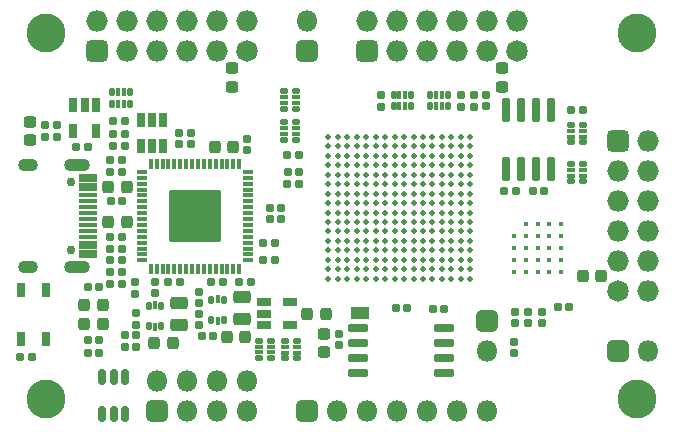
<source format=gts>
G04 #@! TF.GenerationSoftware,KiCad,Pcbnew,(5.99.0-7519-ga8269b6380)*
G04 #@! TF.CreationDate,2020-12-12T14:20:42-08:00*
G04 #@! TF.ProjectId,icebreaker++,69636562-7265-4616-9b65-722b2b2e6b69,V0.1*
G04 #@! TF.SameCoordinates,PX1c9c380PY3ef1480*
G04 #@! TF.FileFunction,Soldermask,Top*
G04 #@! TF.FilePolarity,Negative*
%FSLAX46Y46*%
G04 Gerber Fmt 4.6, Leading zero omitted, Abs format (unit mm)*
G04 Created by KiCad (PCBNEW (5.99.0-7519-ga8269b6380)) date 2020-12-12 14:20:42*
%MOMM*%
%LPD*%
G01*
G04 APERTURE LIST*
G04 Aperture macros list*
%AMRoundRect*
0 Rectangle with rounded corners*
0 $1 Rounding radius*
0 $2 $3 $4 $5 $6 $7 $8 $9 X,Y pos of 4 corners*
0 Add a 4 corners polygon primitive as box body*
4,1,4,$2,$3,$4,$5,$6,$7,$8,$9,$2,$3,0*
0 Add four circle primitives for the rounded corners*
1,1,$1+$1,$2,$3,0*
1,1,$1+$1,$4,$5,0*
1,1,$1+$1,$6,$7,0*
1,1,$1+$1,$8,$9,0*
0 Add four rect primitives between the rounded corners*
20,1,$1+$1,$2,$3,$4,$5,0*
20,1,$1+$1,$4,$5,$6,$7,0*
20,1,$1+$1,$6,$7,$8,$9,0*
20,1,$1+$1,$8,$9,$2,$3,0*%
G04 Aperture macros list end*
%ADD10RoundRect,0.365440X0.548160X-0.548160X0.548160X0.548160X-0.548160X0.548160X-0.548160X-0.548160X0*%
%ADD11O,1.827200X1.827200*%
%ADD12C,1.827200*%
%ADD13RoundRect,0.365440X0.548160X0.548160X-0.548160X0.548160X-0.548160X-0.548160X0.548160X-0.548160X0*%
%ADD14C,3.300000*%
%ADD15RoundRect,0.172500X0.172500X0.197500X-0.172500X0.197500X-0.172500X-0.197500X0.172500X-0.197500X0*%
%ADD16RoundRect,0.360000X0.540000X-0.540000X0.540000X0.540000X-0.540000X0.540000X-0.540000X-0.540000X0*%
%ADD17O,1.800000X1.800000*%
%ADD18RoundRect,0.360000X-0.540000X-0.540000X0.540000X-0.540000X0.540000X0.540000X-0.540000X0.540000X0*%
%ADD19RoundRect,0.172500X0.197500X-0.172500X0.197500X0.172500X-0.197500X0.172500X-0.197500X-0.172500X0*%
%ADD20RoundRect,0.172500X-0.172500X-0.197500X0.172500X-0.197500X0.172500X0.197500X-0.172500X0.197500X0*%
%ADD21RoundRect,0.050000X0.325000X-0.530000X0.325000X0.530000X-0.325000X0.530000X-0.325000X-0.530000X0*%
%ADD22RoundRect,0.087500X-0.362500X-0.087500X0.362500X-0.087500X0.362500X0.087500X-0.362500X0.087500X0*%
%ADD23RoundRect,0.087500X-0.087500X-0.362500X0.087500X-0.362500X0.087500X0.362500X-0.087500X0.362500X0*%
%ADD24RoundRect,0.253650X-1.971349X-1.971349X1.971349X-1.971349X1.971349X1.971349X-1.971349X1.971349X0*%
%ADD25RoundRect,0.243750X-0.281250X0.243750X-0.281250X-0.243750X0.281250X-0.243750X0.281250X0.243750X0*%
%ADD26RoundRect,0.243750X0.243750X0.281250X-0.243750X0.281250X-0.243750X-0.281250X0.243750X-0.281250X0*%
%ADD27RoundRect,0.172500X-0.197500X0.172500X-0.197500X-0.172500X0.197500X-0.172500X0.197500X0.172500X0*%
%ADD28RoundRect,0.050000X0.200000X-0.250000X0.200000X0.250000X-0.200000X0.250000X-0.200000X-0.250000X0*%
%ADD29RoundRect,0.050000X0.150000X-0.250000X0.150000X0.250000X-0.150000X0.250000X-0.150000X-0.250000X0*%
%ADD30RoundRect,0.360000X-0.540000X0.540000X-0.540000X-0.540000X0.540000X-0.540000X0.540000X0.540000X0*%
%ADD31RoundRect,0.050000X-0.250000X-0.200000X0.250000X-0.200000X0.250000X0.200000X-0.250000X0.200000X0*%
%ADD32RoundRect,0.050000X-0.250000X-0.150000X0.250000X-0.150000X0.250000X0.150000X-0.250000X0.150000X0*%
%ADD33RoundRect,0.243750X0.281250X-0.243750X0.281250X0.243750X-0.281250X0.243750X-0.281250X-0.243750X0*%
%ADD34RoundRect,0.243750X-0.243750X-0.281250X0.243750X-0.281250X0.243750X0.281250X-0.243750X0.281250X0*%
%ADD35RoundRect,0.050000X-0.325000X0.525000X-0.325000X-0.525000X0.325000X-0.525000X0.325000X0.525000X0*%
%ADD36RoundRect,0.275000X-0.525000X-0.275000X0.525000X-0.275000X0.525000X0.275000X-0.525000X0.275000X0*%
%ADD37RoundRect,0.175000X0.175000X-0.475000X0.175000X0.475000X-0.175000X0.475000X-0.175000X-0.475000X0*%
%ADD38RoundRect,0.050000X-0.325000X0.530000X-0.325000X-0.530000X0.325000X-0.530000X0.325000X0.530000X0*%
%ADD39RoundRect,0.050000X-0.530000X-0.325000X0.530000X-0.325000X0.530000X0.325000X-0.530000X0.325000X0*%
%ADD40RoundRect,0.175000X0.175000X-0.850000X0.175000X0.850000X-0.175000X0.850000X-0.175000X-0.850000X0*%
%ADD41C,0.750000*%
%ADD42RoundRect,0.050000X-0.725000X0.300000X-0.725000X-0.300000X0.725000X-0.300000X0.725000X0.300000X0*%
%ADD43RoundRect,0.050000X-0.725000X0.150000X-0.725000X-0.150000X0.725000X-0.150000X0.725000X0.150000X0*%
%ADD44O,1.700000X1.100000*%
%ADD45O,2.200000X1.100000*%
%ADD46C,0.450000*%
%ADD47RoundRect,0.268750X-0.481250X0.268750X-0.481250X-0.268750X0.481250X-0.268750X0.481250X0.268750X0*%
%ADD48RoundRect,0.050000X0.187500X-0.250000X0.187500X0.250000X-0.187500X0.250000X-0.187500X-0.250000X0*%
%ADD49RoundRect,0.050000X0.150000X-0.325000X0.150000X0.325000X-0.150000X0.325000X-0.150000X-0.325000X0*%
%ADD50C,0.470000*%
%ADD51RoundRect,0.175000X-0.675000X-0.175000X0.675000X-0.175000X0.675000X0.175000X-0.675000X0.175000X0*%
G04 APERTURE END LIST*
D10*
X51420000Y24850000D03*
D11*
X51420000Y22310000D03*
X51420000Y19770000D03*
X51420000Y17230000D03*
X51420000Y14690000D03*
D12*
X51420000Y12150000D03*
D11*
X53960000Y24850000D03*
X53960000Y22310000D03*
X53960000Y19770000D03*
X53960000Y17230000D03*
X53960000Y14690000D03*
X53960000Y12150000D03*
D13*
X30180000Y32470000D03*
D11*
X32720000Y32470000D03*
X35260000Y32470000D03*
X37800000Y32470000D03*
X40340000Y32470000D03*
D12*
X42880000Y32470000D03*
D11*
X30180000Y35010000D03*
X32720000Y35010000D03*
X35260000Y35010000D03*
X37800000Y35010000D03*
X40340000Y35010000D03*
X42880000Y35010000D03*
D14*
X53000000Y34000000D03*
X3000000Y3000000D03*
X53000000Y3000000D03*
D15*
X9410000Y16750000D03*
X8440000Y16750000D03*
D16*
X12400000Y1990000D03*
D17*
X12400000Y4530000D03*
X14940000Y1990000D03*
X14940000Y4530000D03*
X17480000Y1990000D03*
X17480000Y4530000D03*
X20020000Y1990000D03*
X20020000Y4530000D03*
D14*
X3000000Y34000000D03*
D18*
X51420000Y7070000D03*
D17*
X53960000Y7070000D03*
D19*
X9650000Y24465000D03*
X9650000Y25435000D03*
X15260000Y24605000D03*
X15260000Y25575000D03*
D15*
X17955000Y12940000D03*
X16985000Y12940000D03*
D20*
X5535000Y24390000D03*
X6505000Y24390000D03*
D19*
X20020000Y24085000D03*
X20020000Y25055000D03*
D20*
X13355000Y12920000D03*
X14325000Y12920000D03*
X6515000Y12500000D03*
X7485000Y12500000D03*
D15*
X1785000Y6600000D03*
X815000Y6600000D03*
X9455000Y19740000D03*
X8485000Y19740000D03*
X9410000Y14750000D03*
X8440000Y14750000D03*
D20*
X8440000Y15750000D03*
X9410000Y15750000D03*
X8425000Y23230000D03*
X9395000Y23230000D03*
D15*
X9410000Y22250000D03*
X8440000Y22250000D03*
D21*
X10990000Y24460000D03*
X11940000Y24460000D03*
X12890000Y24460000D03*
X12890000Y26660000D03*
X11940000Y26660000D03*
X10990000Y26660000D03*
D22*
X11150000Y22250000D03*
X11150000Y21750000D03*
X11150000Y21250000D03*
X11150000Y20750000D03*
X11150000Y20250000D03*
X11150000Y19750000D03*
X11150000Y19250000D03*
X11150000Y18750000D03*
X11150000Y18250000D03*
X11150000Y17750000D03*
X11150000Y17250000D03*
X11150000Y16750000D03*
X11150000Y16250000D03*
X11150000Y15750000D03*
X11150000Y15250000D03*
X11150000Y14750000D03*
D23*
X11850000Y14050000D03*
X12350000Y14050000D03*
X12850000Y14050000D03*
X13350000Y14050000D03*
X13850000Y14050000D03*
X14350000Y14050000D03*
X14850000Y14050000D03*
X15350000Y14050000D03*
X15850000Y14050000D03*
X16350000Y14050000D03*
X16850000Y14050000D03*
X17350000Y14050000D03*
X17850000Y14050000D03*
X18350000Y14050000D03*
X18850000Y14050000D03*
X19350000Y14050000D03*
D22*
X20050000Y14750000D03*
X20050000Y15250000D03*
X20050000Y15750000D03*
X20050000Y16250000D03*
X20050000Y16750000D03*
X20050000Y17250000D03*
X20050000Y17750000D03*
X20050000Y18250000D03*
X20050000Y18750000D03*
X20050000Y19250000D03*
X20050000Y19750000D03*
X20050000Y20250000D03*
X20050000Y20750000D03*
X20050000Y21250000D03*
X20050000Y21750000D03*
X20050000Y22250000D03*
D23*
X19350000Y22950000D03*
X18850000Y22950000D03*
X18350000Y22950000D03*
X17850000Y22950000D03*
X17350000Y22950000D03*
X16850000Y22950000D03*
X16350000Y22950000D03*
X15850000Y22950000D03*
X15350000Y22950000D03*
X14850000Y22950000D03*
X14350000Y22950000D03*
X13850000Y22950000D03*
X13350000Y22950000D03*
X12850000Y22950000D03*
X12350000Y22950000D03*
X11850000Y22950000D03*
D24*
X15600010Y18499993D03*
D19*
X14280000Y24605000D03*
X14280000Y25575000D03*
D15*
X9405000Y13740000D03*
X8435000Y13740000D03*
D19*
X27830000Y7575000D03*
X27830000Y8545000D03*
D20*
X6515000Y8000000D03*
X7485000Y8000000D03*
D25*
X26530000Y8547500D03*
X26530000Y6972500D03*
D26*
X7787500Y11000000D03*
X6212500Y11000000D03*
X7787500Y9400000D03*
X6212500Y9400000D03*
D15*
X36685000Y10670000D03*
X35715000Y10670000D03*
D20*
X21925000Y19200000D03*
X22895000Y19200000D03*
X21365000Y16180000D03*
X22335000Y16180000D03*
D15*
X9645000Y26540000D03*
X8675000Y26540000D03*
D13*
X7320000Y32470000D03*
D11*
X9860000Y32470000D03*
X12400000Y32470000D03*
X14940000Y32470000D03*
X17480000Y32470000D03*
D12*
X20020000Y32470000D03*
D11*
X7320000Y35010000D03*
X9860000Y35010000D03*
X12400000Y35010000D03*
X14940000Y35010000D03*
X17480000Y35010000D03*
X20020000Y35010000D03*
D16*
X25100000Y32470000D03*
D17*
X25100000Y35010000D03*
D16*
X25100000Y1990000D03*
D17*
X27640000Y1990000D03*
X30180000Y1990000D03*
X32720000Y1990000D03*
X35260000Y1990000D03*
X37800000Y1990000D03*
X40340000Y1990000D03*
D26*
X9807500Y18000000D03*
X8232500Y18000000D03*
X9807500Y20990000D03*
X8232500Y20990000D03*
D27*
X3900000Y26185000D03*
X3900000Y25215000D03*
X2900000Y26185000D03*
X2900000Y25215000D03*
D26*
X18837500Y24370000D03*
X17262500Y24370000D03*
D28*
X32410000Y27790000D03*
D29*
X32910000Y27790000D03*
X33410000Y27790000D03*
D28*
X33910000Y27790000D03*
X33910000Y28790000D03*
D29*
X33410000Y28790000D03*
X32910000Y28790000D03*
D28*
X32410000Y28790000D03*
D20*
X21913230Y18244152D03*
X22883230Y18244152D03*
D30*
X40340000Y9610000D03*
D17*
X40340000Y7070000D03*
D31*
X23200000Y7945000D03*
D32*
X23200000Y7445000D03*
X23200000Y6945000D03*
D31*
X23200000Y6445000D03*
X24200000Y6445000D03*
D32*
X24200000Y6945000D03*
X24200000Y7445000D03*
D31*
X24200000Y7945000D03*
D33*
X41600000Y29462500D03*
X41600000Y31037500D03*
X18700000Y29462500D03*
X18700000Y31037500D03*
D34*
X48412500Y13400000D03*
X49987500Y13400000D03*
D35*
X2975000Y8125000D03*
X2975000Y12275000D03*
X825000Y12275000D03*
X825000Y8125000D03*
D36*
X29600000Y10300000D03*
D37*
X7700000Y1750000D03*
X8700000Y1750000D03*
X9700000Y1750000D03*
X9700000Y4850000D03*
X8700000Y4850000D03*
X7700000Y4850000D03*
D25*
X1600000Y26487500D03*
X1600000Y24912500D03*
D20*
X19365000Y12930000D03*
X20335000Y12930000D03*
X44200000Y20600000D03*
X45170000Y20600000D03*
D19*
X9650000Y7445000D03*
X9650000Y8415000D03*
D15*
X24400000Y23650000D03*
X23430000Y23650000D03*
D27*
X10640000Y10260000D03*
X10640000Y9290000D03*
D38*
X7200000Y27900000D03*
X6250000Y27900000D03*
X5300000Y27900000D03*
X5300000Y25700000D03*
X7200000Y25700000D03*
D15*
X24395000Y21230000D03*
X23425000Y21230000D03*
D39*
X21420000Y11200000D03*
X21420000Y10250000D03*
X21420000Y9300000D03*
X23620000Y9300000D03*
X23620000Y11200000D03*
D34*
X25122500Y10240000D03*
X26697500Y10240000D03*
D20*
X46315000Y10800000D03*
X47285000Y10800000D03*
D27*
X43800000Y10415000D03*
X43800000Y9445000D03*
D19*
X31320000Y27775000D03*
X31320000Y28745000D03*
D28*
X35500000Y27790000D03*
D29*
X36000000Y27790000D03*
X36500000Y27790000D03*
D28*
X37000000Y27790000D03*
X37000000Y28790000D03*
D29*
X36500000Y28790000D03*
X36000000Y28790000D03*
D28*
X35500000Y28790000D03*
D27*
X8680000Y25435000D03*
X8680000Y24465000D03*
D31*
X23150000Y29070000D03*
D32*
X23150000Y28570000D03*
X23150000Y28070000D03*
D31*
X23150000Y27570000D03*
X24150000Y27570000D03*
D32*
X24150000Y28070000D03*
X24150000Y28570000D03*
D31*
X24150000Y29070000D03*
D20*
X32585000Y10680000D03*
X33555000Y10680000D03*
D19*
X39200000Y27765000D03*
X39200000Y28735000D03*
D27*
X42660000Y10415000D03*
X42660000Y9445000D03*
D40*
X41895000Y22525000D03*
X43165000Y22525000D03*
X44435000Y22525000D03*
X45705000Y22525000D03*
X45705000Y27475000D03*
X44435000Y27475000D03*
X43165000Y27475000D03*
X41895000Y27475000D03*
D31*
X21050000Y7950000D03*
D32*
X21050000Y7450000D03*
X21050000Y6950000D03*
D31*
X21050000Y6450000D03*
X22050000Y6450000D03*
D32*
X22050000Y6950000D03*
X22050000Y7450000D03*
D31*
X22050000Y7950000D03*
D27*
X45000000Y10415000D03*
X45000000Y9445000D03*
D41*
X5100000Y21390000D03*
X5100000Y15610000D03*
D42*
X6545000Y21750000D03*
X6545000Y20950000D03*
D43*
X6545000Y19750000D03*
X6545000Y18750000D03*
X6545000Y18250000D03*
X6545000Y17250000D03*
D42*
X6545000Y16050000D03*
X6545000Y15250000D03*
X6545000Y15250000D03*
X6545000Y16050000D03*
D43*
X6545000Y16750000D03*
X6545000Y17750000D03*
X6545000Y19250000D03*
X6545000Y20250000D03*
D42*
X6545000Y20950000D03*
X6545000Y21750000D03*
D44*
X1450000Y14180000D03*
D45*
X5630000Y14180000D03*
X5630000Y22820000D03*
D44*
X1450000Y22820000D03*
D46*
X43600000Y17800000D03*
X44600000Y17800000D03*
X45600000Y17800000D03*
X46600000Y17800000D03*
X42600000Y16800000D03*
X43600000Y16800000D03*
X44600000Y16800000D03*
X45600000Y16800000D03*
X46600000Y16800000D03*
X42600000Y15800000D03*
X43600000Y15800000D03*
X44600000Y15800000D03*
X45600000Y15800000D03*
X46600000Y15800000D03*
X42600000Y14800000D03*
X43600000Y14800000D03*
X44600000Y14800000D03*
X45600000Y14800000D03*
X46600000Y14800000D03*
X42600000Y13800000D03*
X43600000Y13800000D03*
X44600000Y13800000D03*
X45600000Y13800000D03*
X46600000Y13800000D03*
D47*
X19600000Y11677500D03*
X19600000Y9802500D03*
D48*
X16972500Y9690000D03*
D49*
X17510000Y9615000D03*
D48*
X18047500Y9690000D03*
X18047500Y11390000D03*
D49*
X17510000Y11465000D03*
D48*
X16972500Y11390000D03*
D15*
X24405000Y22210000D03*
X23435000Y22210000D03*
X22335000Y14800000D03*
X21365000Y14800000D03*
X17155000Y8360000D03*
X16185000Y8360000D03*
D26*
X13720000Y7780000D03*
X12145000Y7780000D03*
D20*
X41800000Y20600000D03*
X42770000Y20600000D03*
D31*
X23150000Y26460000D03*
D32*
X23150000Y25960000D03*
X23150000Y25460000D03*
D31*
X23150000Y24960000D03*
X24150000Y24960000D03*
D32*
X24150000Y25460000D03*
X24150000Y25960000D03*
D31*
X24150000Y26460000D03*
D50*
X38900000Y25200000D03*
X38900000Y24400000D03*
X38900000Y23600000D03*
X38900000Y22800000D03*
X38900000Y22000000D03*
X38900000Y21200000D03*
X38900000Y20400000D03*
X38900000Y19600000D03*
X38900000Y18800000D03*
X38900000Y18000000D03*
X38900000Y17200000D03*
X38900000Y16400000D03*
X38900000Y15600000D03*
X38900000Y14800000D03*
X38900000Y14000000D03*
X38900000Y13200000D03*
X38100000Y25200000D03*
X38100000Y24400000D03*
X38100000Y23600000D03*
X38100000Y22800000D03*
X38100000Y22000000D03*
X38100000Y21200000D03*
X38100000Y20400000D03*
X38100000Y19600000D03*
X38100000Y18800000D03*
X38100000Y18000000D03*
X38100000Y17200000D03*
X38100000Y16400000D03*
X38100000Y15600000D03*
X38100000Y14800000D03*
X38100000Y14000000D03*
X38100000Y13200000D03*
X37300000Y25200000D03*
X37300000Y24400000D03*
X37300000Y23600000D03*
X37300000Y22800000D03*
X37300000Y22000000D03*
X37300000Y21200000D03*
X37300000Y20400000D03*
X37300000Y19600000D03*
X37300000Y18800000D03*
X37300000Y18000000D03*
X37300000Y17200000D03*
X37300000Y16400000D03*
X37300000Y15600000D03*
X37300000Y14800000D03*
X37300000Y14000000D03*
X37300000Y13200000D03*
X36500000Y25200000D03*
X36500000Y24400000D03*
X36500000Y23600000D03*
X36500000Y22800000D03*
X36500000Y22000000D03*
X36500000Y21200000D03*
X36500000Y20400000D03*
X36500000Y19600000D03*
X36500000Y18800000D03*
X36500000Y18000000D03*
X36500000Y17200000D03*
X36500000Y16400000D03*
X36500000Y15600000D03*
X36500000Y14800000D03*
X36500000Y14000000D03*
X36500000Y13200000D03*
X35700000Y25200000D03*
X35700000Y24400000D03*
X35700000Y23600000D03*
X35700000Y22800000D03*
X35700000Y22000000D03*
X35700000Y21200000D03*
X35700000Y20400000D03*
X35700000Y19600000D03*
X35700000Y18800000D03*
X35700000Y18000000D03*
X35700000Y17200000D03*
X35700000Y16400000D03*
X35700000Y15600000D03*
X35700000Y14800000D03*
X35700000Y14000000D03*
X35700000Y13200000D03*
X34900000Y25200000D03*
X34900000Y24400000D03*
X34900000Y23600000D03*
X34900000Y22800000D03*
X34900000Y22000000D03*
X34900000Y21200000D03*
X34900000Y20400000D03*
X34900000Y19600000D03*
X34900000Y18800000D03*
X34900000Y18000000D03*
X34900000Y17200000D03*
X34900000Y16400000D03*
X34900000Y15600000D03*
X34900000Y14800000D03*
X34900000Y14000000D03*
X34900000Y13200000D03*
X34100000Y25200000D03*
X34100000Y24400000D03*
X34100000Y23600000D03*
X34100000Y22800000D03*
X34100000Y22000000D03*
X34100000Y21200000D03*
X34100000Y20400000D03*
X34100000Y19600000D03*
X34100000Y18800000D03*
X34100000Y18000000D03*
X34100000Y17200000D03*
X34100000Y16400000D03*
X34100000Y15600000D03*
X34100000Y14800000D03*
X34100000Y14000000D03*
X34100000Y13200000D03*
X33300000Y25200000D03*
X33300000Y24400000D03*
X33300000Y23600000D03*
X33300000Y22800000D03*
X33300000Y22000000D03*
X33300000Y21200000D03*
X33300000Y20400000D03*
X33300000Y19600000D03*
X33300000Y18800000D03*
X33300000Y18000000D03*
X33300000Y17200000D03*
X33300000Y16400000D03*
X33300000Y15600000D03*
X33300000Y14800000D03*
X33300000Y14000000D03*
X33300000Y13200000D03*
X32500000Y25200000D03*
X32500000Y24400000D03*
X32500000Y23600000D03*
X32500000Y22800000D03*
X32500000Y22000000D03*
X32500000Y21200000D03*
X32500000Y20400000D03*
X32500000Y19600000D03*
X32500000Y18800000D03*
X32500000Y18000000D03*
X32500000Y17200000D03*
X32500000Y16400000D03*
X32500000Y15600000D03*
X32500000Y14800000D03*
X32500000Y14000000D03*
X32500000Y13200000D03*
X31700000Y25200000D03*
X31700000Y24400000D03*
X31700000Y23600000D03*
X31700000Y22800000D03*
X31700000Y22000000D03*
X31700000Y21200000D03*
X31700000Y20400000D03*
X31700000Y19600000D03*
X31700000Y18800000D03*
X31700000Y18000000D03*
X31700000Y17200000D03*
X31700000Y16400000D03*
X31700000Y15600000D03*
X31700000Y14800000D03*
X31700000Y14000000D03*
X31700000Y13200000D03*
X30900000Y25200000D03*
X30900000Y24400000D03*
X30900000Y23600000D03*
X30900000Y22800000D03*
X30900000Y22000000D03*
X30900000Y21200000D03*
X30900000Y20400000D03*
X30900000Y19600000D03*
X30900000Y18800000D03*
X30900000Y18000000D03*
X30900000Y17200000D03*
X30900000Y16400000D03*
X30900000Y15600000D03*
X30900000Y14800000D03*
X30900000Y14000000D03*
X30900000Y13200000D03*
X30100000Y25200000D03*
X30100000Y24400000D03*
X30100000Y23600000D03*
X30100000Y22800000D03*
X30100000Y22000000D03*
X30100000Y21200000D03*
X30100000Y20400000D03*
X30100000Y19600000D03*
X30100000Y18800000D03*
X30100000Y18000000D03*
X30100000Y17200000D03*
X30100000Y16400000D03*
X30100000Y15600000D03*
X30100000Y14800000D03*
X30100000Y14000000D03*
X30100000Y13200000D03*
X29300000Y25200000D03*
X29300000Y24400000D03*
X29300000Y23600000D03*
X29300000Y22800000D03*
X29300000Y22000000D03*
X29300000Y21200000D03*
X29300000Y20400000D03*
X29300000Y19600000D03*
X29300000Y18800000D03*
X29300000Y18000000D03*
X29300000Y17200000D03*
X29300000Y16400000D03*
X29300000Y15600000D03*
X29300000Y14800000D03*
X29300000Y14000000D03*
X29300000Y13200000D03*
X28500000Y25200000D03*
X28500000Y24400000D03*
X28500000Y23600000D03*
X28500000Y22800000D03*
X28500000Y22000000D03*
X28500000Y21200000D03*
X28500000Y20400000D03*
X28500000Y19600000D03*
X28500000Y18800000D03*
X28500000Y18000000D03*
X28500000Y17200000D03*
X28500000Y16400000D03*
X28500000Y15600000D03*
X28500000Y14800000D03*
X28500000Y14000000D03*
X28500000Y13200000D03*
X27700000Y25200000D03*
X27700000Y24400000D03*
X27700000Y23600000D03*
X27700000Y22800000D03*
X27700000Y22000000D03*
X27700000Y21200000D03*
X27700000Y20400000D03*
X27700000Y19600000D03*
X27700000Y18800000D03*
X27700000Y18000000D03*
X27700000Y17200000D03*
X27700000Y16400000D03*
X27700000Y15600000D03*
X27700000Y14800000D03*
X27700000Y14000000D03*
X27700000Y13200000D03*
X26900000Y25200000D03*
X26900000Y24400000D03*
X26900000Y23600000D03*
X26900000Y22800000D03*
X26900000Y22000000D03*
X26900000Y21200000D03*
X26900000Y20400000D03*
X26900000Y19600000D03*
X26900000Y18800000D03*
X26900000Y18000000D03*
X26900000Y17200000D03*
X26900000Y16400000D03*
X26900000Y15600000D03*
X26900000Y14800000D03*
X26900000Y14000000D03*
X26900000Y13200000D03*
D27*
X15930000Y10245000D03*
X15930000Y9275000D03*
D19*
X40250000Y27780000D03*
X40250000Y28750000D03*
D51*
X29440000Y8995000D03*
X29440000Y7725000D03*
X29440000Y6455000D03*
X29440000Y5185000D03*
X36640000Y5185000D03*
X36640000Y6455000D03*
X36640000Y7725000D03*
X36640000Y8995000D03*
D26*
X19867500Y8290000D03*
X18292500Y8290000D03*
D20*
X6515000Y6900000D03*
X7485000Y6900000D03*
X47465000Y27500000D03*
X48435000Y27500000D03*
D47*
X14250000Y11137500D03*
X14250000Y9262500D03*
D31*
X47465000Y22935000D03*
D32*
X47465000Y22435000D03*
X47465000Y21935000D03*
D31*
X47465000Y21435000D03*
X48465000Y21435000D03*
D32*
X48465000Y21935000D03*
X48465000Y22435000D03*
D31*
X48465000Y22935000D03*
X47465000Y26235000D03*
D32*
X47465000Y25735000D03*
X47465000Y25235000D03*
D31*
X47465000Y24735000D03*
X48465000Y24735000D03*
D32*
X48465000Y25235000D03*
X48465000Y25735000D03*
D31*
X48465000Y26235000D03*
D27*
X10640000Y8425000D03*
X10640000Y7455000D03*
D19*
X12170000Y11975000D03*
X12170000Y12945000D03*
X15920000Y11135000D03*
X15920000Y12105000D03*
X38100000Y27765000D03*
X38100000Y28735000D03*
D27*
X10520000Y12905000D03*
X10520000Y11935000D03*
X42580000Y7857500D03*
X42580000Y6887500D03*
D48*
X11682500Y9160000D03*
D49*
X12220000Y9085000D03*
D48*
X12757500Y9160000D03*
X12757500Y10860000D03*
D49*
X12220000Y10935000D03*
D48*
X11682500Y10860000D03*
D15*
X9405000Y12770000D03*
X8435000Y12770000D03*
D28*
X8560000Y27980000D03*
D29*
X9060000Y27980000D03*
X9560000Y27980000D03*
D28*
X10060000Y27980000D03*
X10060000Y28980000D03*
D29*
X9560000Y28980000D03*
X9060000Y28980000D03*
D28*
X8560000Y28980000D03*
M02*

</source>
